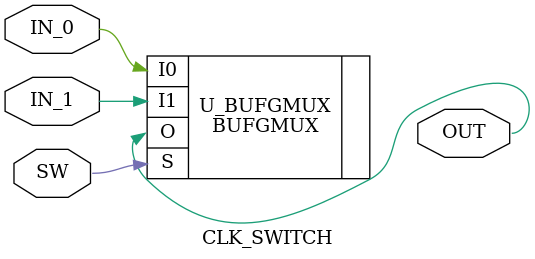
<source format=v>


module CLK_SWITCH (   
input       IN_0,
input       IN_1,
input       SW  ,
output      OUT 

);

BUFGMUX U_BUFGMUX (
.O          (OUT        ),
.I0         (IN_0       ),
.I1         (IN_1       ),
.S          (SW         ));

//assign OUT=SW?IN_1:IN_0;

endmodule
</source>
